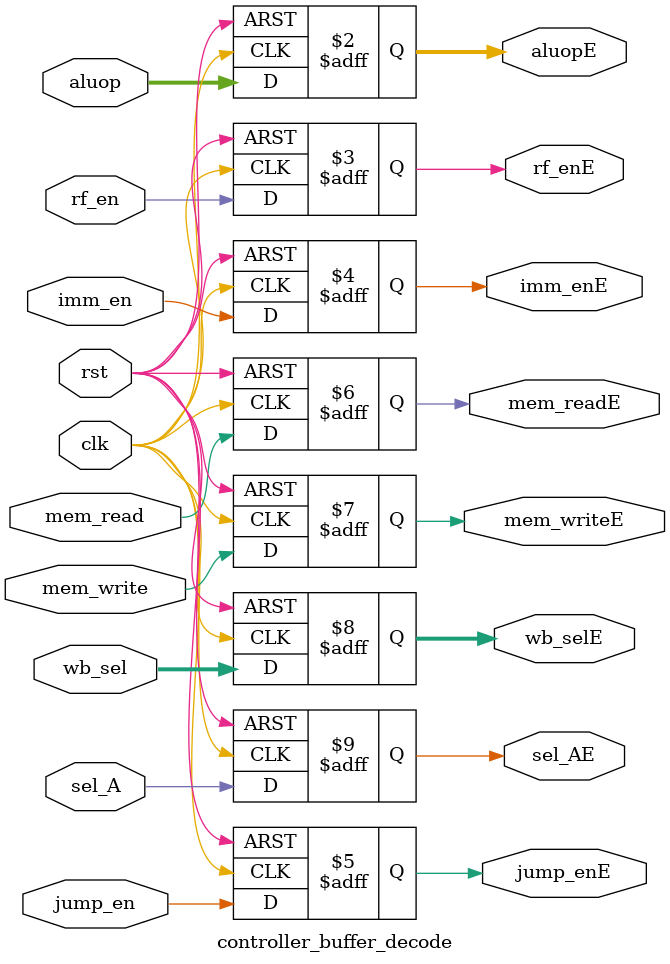
<source format=sv>
module controller_buffer_decode (
    input logic clk,
    input logic rst,
    input logic [3:0] aluop,
    input logic rf_en,
    input logic imm_en,
    input logic jump_en,
    input logic mem_read,
    input logic mem_write,
    input logic [1:0] wb_sel,
    input logic sel_A,
    output logic [3:0] aluopE,
    output logic rf_enE,
    output logic imm_enE,
    output logic jump_enE,
    output logic mem_readE,
    output logic mem_writeE,
    output logic [1:0] wb_selE,
    output logic sel_AE
    
    );

  always_ff @(posedge clk or posedge rst) begin
    if (rst) begin
      aluopE       <= 4'b0;
      rf_enE       <= 1'b0;
      imm_enE      <= 1'b0;
      jump_enE     <= 1'b0;
      mem_readE    <= 1'b0;
      mem_writeE   <= 1'b0;
      wb_selE      <= 2'b0;
      sel_AE       <= 1'b0;
    end else begin
      aluopE       <= aluop;
      rf_enE       <= rf_en;
      imm_enE      <= imm_en;
      jump_enE     <= jump_en;
      mem_readE    <= mem_read;
      mem_writeE   <= mem_write;
      wb_selE      <= wb_sel;
      sel_AE       <= sel_A;
    end
  end
endmodule

</source>
